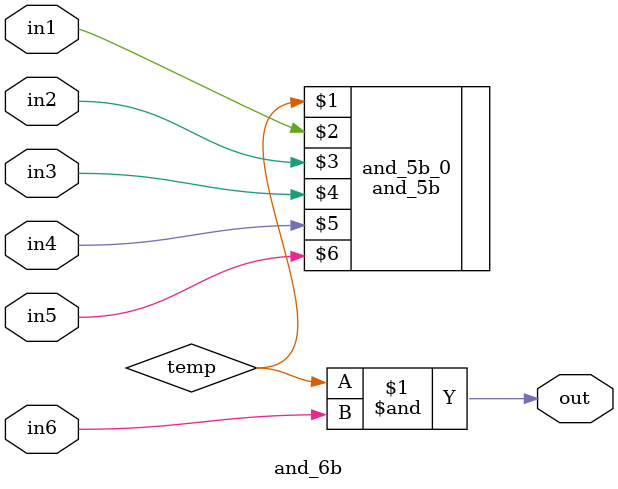
<source format=v>
module and_6b (
    output wire out,
    input wire in1,
    input wire in2,
    input wire in3,
    input wire in4,
    input wire in5,
    input wire in6
);
    wire temp; 
    and_5b and_5b_0 (temp, in1, in2, in3, in4, in5);
    and and_0 (out, temp, in6);
    
endmodule
</source>
